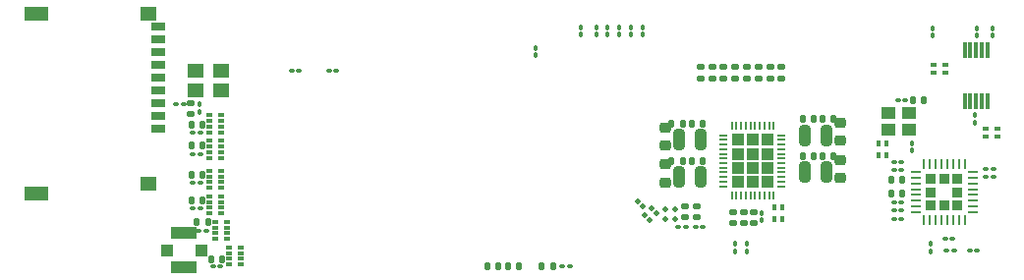
<source format=gbr>
%TF.GenerationSoftware,KiCad,Pcbnew,(6.0.0)*%
%TF.CreationDate,2022-01-21T23:47:04+08:00*%
%TF.ProjectId,som,736f6d2e-6b69-4636-9164-5f7063625858,V0R1*%
%TF.SameCoordinates,Original*%
%TF.FileFunction,Paste,Top*%
%TF.FilePolarity,Positive*%
%FSLAX46Y46*%
G04 Gerber Fmt 4.6, Leading zero omitted, Abs format (unit mm)*
G04 Created by KiCad (PCBNEW (6.0.0)) date 2022-01-21 23:47:04*
%MOMM*%
%LPD*%
G01*
G04 APERTURE LIST*
G04 Aperture macros list*
%AMRoundRect*
0 Rectangle with rounded corners*
0 $1 Rounding radius*
0 $2 $3 $4 $5 $6 $7 $8 $9 X,Y pos of 4 corners*
0 Add a 4 corners polygon primitive as box body*
4,1,4,$2,$3,$4,$5,$6,$7,$8,$9,$2,$3,0*
0 Add four circle primitives for the rounded corners*
1,1,$1+$1,$2,$3*
1,1,$1+$1,$4,$5*
1,1,$1+$1,$6,$7*
1,1,$1+$1,$8,$9*
0 Add four rect primitives between the rounded corners*
20,1,$1+$1,$2,$3,$4,$5,0*
20,1,$1+$1,$4,$5,$6,$7,0*
20,1,$1+$1,$6,$7,$8,$9,0*
20,1,$1+$1,$8,$9,$2,$3,0*%
G04 Aperture macros list end*
%ADD10RoundRect,0.147500X-0.147500X-0.172500X0.147500X-0.172500X0.147500X0.172500X-0.147500X0.172500X0*%
%ADD11R,1.400000X1.200000*%
%ADD12RoundRect,0.147500X0.172500X-0.147500X0.172500X0.147500X-0.172500X0.147500X-0.172500X-0.147500X0*%
%ADD13RoundRect,0.218750X-0.256250X0.218750X-0.256250X-0.218750X0.256250X-0.218750X0.256250X0.218750X0*%
%ADD14RoundRect,0.100000X-0.100000X0.130000X-0.100000X-0.130000X0.100000X-0.130000X0.100000X0.130000X0*%
%ADD15RoundRect,0.243750X-0.243750X-0.656250X0.243750X-0.656250X0.243750X0.656250X-0.243750X0.656250X0*%
%ADD16RoundRect,0.147500X0.147500X0.172500X-0.147500X0.172500X-0.147500X-0.172500X0.147500X-0.172500X0*%
%ADD17RoundRect,0.243750X0.243750X0.656250X-0.243750X0.656250X-0.243750X-0.656250X0.243750X-0.656250X0*%
%ADD18RoundRect,0.147500X-0.172500X0.147500X-0.172500X-0.147500X0.172500X-0.147500X0.172500X0.147500X0*%
%ADD19RoundRect,0.100000X0.130000X0.100000X-0.130000X0.100000X-0.130000X-0.100000X0.130000X-0.100000X0*%
%ADD20RoundRect,0.100000X-0.130000X-0.100000X0.130000X-0.100000X0.130000X0.100000X-0.130000X0.100000X0*%
%ADD21RoundRect,0.140000X0.140000X0.170000X-0.140000X0.170000X-0.140000X-0.170000X0.140000X-0.170000X0*%
%ADD22R,1.000000X1.000000*%
%ADD23R,1.100000X1.000000*%
%ADD24R,0.800000X0.220000*%
%ADD25R,0.220000X0.800000*%
%ADD26RoundRect,0.100000X0.100000X-0.130000X0.100000X0.130000X-0.100000X0.130000X-0.100000X-0.130000X0*%
%ADD27RoundRect,0.232500X0.232500X-0.232500X0.232500X0.232500X-0.232500X0.232500X-0.232500X-0.232500X0*%
%ADD28RoundRect,0.062500X0.062500X-0.375000X0.062500X0.375000X-0.062500X0.375000X-0.062500X-0.375000X0*%
%ADD29RoundRect,0.062500X0.375000X-0.062500X0.375000X0.062500X-0.375000X0.062500X-0.375000X-0.062500X0*%
%ADD30R,0.400000X0.500000*%
%ADD31RoundRect,0.100000X-0.162635X0.021213X0.021213X-0.162635X0.162635X-0.021213X-0.021213X0.162635X0*%
%ADD32R,0.500000X0.400000*%
%ADD33R,0.500000X0.300000*%
%ADD34RoundRect,0.112500X-0.112500X-0.112500X0.112500X-0.112500X0.112500X0.112500X-0.112500X0.112500X0*%
%ADD35R,2.200000X1.050000*%
%ADD36R,0.300000X1.400000*%
%ADD37R,1.150000X1.000000*%
%ADD38RoundRect,0.140000X-0.170000X0.140000X-0.170000X-0.140000X0.170000X-0.140000X0.170000X0.140000X0*%
%ADD39R,1.300000X0.700000*%
%ADD40R,2.000000X1.200000*%
%ADD41RoundRect,0.140000X-0.140000X-0.170000X0.140000X-0.170000X0.140000X0.170000X-0.140000X0.170000X0*%
G04 APERTURE END LIST*
D10*
%TO.C,D2*%
X45415000Y-22350000D03*
X46385000Y-22350000D03*
%TD*%
D11*
%TO.C,X4*%
X18500000Y-7250000D03*
X20700000Y-7250000D03*
X20700000Y-5550000D03*
X18500000Y-5550000D03*
%TD*%
D12*
%TO.C,C116*%
X69000000Y-6185000D03*
X69000000Y-5215000D03*
%TD*%
D13*
%TO.C,C101*%
X74000000Y-10012500D03*
X74000000Y-11587500D03*
%TD*%
D14*
%TO.C,C119*%
X67300000Y-17805000D03*
X67300000Y-18445000D03*
%TD*%
D15*
%TO.C,L3*%
X70962500Y-11100000D03*
X72837500Y-11100000D03*
%TD*%
D16*
%TO.C,C102*%
X73485000Y-9700000D03*
X72515000Y-9700000D03*
%TD*%
D10*
%TO.C,C107*%
X59515000Y-13300000D03*
X60485000Y-13300000D03*
%TD*%
D17*
%TO.C,L5*%
X62037500Y-11500000D03*
X60162500Y-11500000D03*
%TD*%
D15*
%TO.C,L2*%
X70962500Y-14300000D03*
X72837500Y-14300000D03*
%TD*%
D18*
%TO.C,C120*%
X64800000Y-17715000D03*
X64800000Y-18685000D03*
%TD*%
D12*
%TO.C,C110*%
X63000000Y-6185000D03*
X63000000Y-5215000D03*
%TD*%
D18*
%TO.C,C117*%
X65700000Y-17715000D03*
X65700000Y-18685000D03*
%TD*%
D13*
%TO.C,C106*%
X59000000Y-13612500D03*
X59000000Y-15187500D03*
%TD*%
%TO.C,C108*%
X59000000Y-10412500D03*
X59000000Y-11987500D03*
%TD*%
D18*
%TO.C,C118*%
X66600000Y-17715000D03*
X66600000Y-18685000D03*
%TD*%
D16*
%TO.C,C99*%
X73485000Y-12900000D03*
X72515000Y-12900000D03*
%TD*%
D12*
%TO.C,C104*%
X68000000Y-6185000D03*
X68000000Y-5215000D03*
%TD*%
D13*
%TO.C,C98*%
X74000000Y-13212500D03*
X74000000Y-14787500D03*
%TD*%
D17*
%TO.C,L4*%
X62037500Y-14700000D03*
X60162500Y-14700000D03*
%TD*%
D10*
%TO.C,C109*%
X59515000Y-10100000D03*
X60485000Y-10100000D03*
%TD*%
D12*
%TO.C,C111*%
X62000000Y-6185000D03*
X62000000Y-5215000D03*
%TD*%
D19*
%TO.C,C37*%
X18920000Y-17400000D03*
X18280000Y-17400000D03*
%TD*%
D12*
%TO.C,C114*%
X67000000Y-6185000D03*
X67000000Y-5215000D03*
%TD*%
D16*
%TO.C,C103*%
X62185000Y-10100000D03*
X61215000Y-10100000D03*
%TD*%
D12*
%TO.C,C115*%
X65000000Y-6185000D03*
X65000000Y-5215000D03*
%TD*%
D19*
%TO.C,C35*%
X18920000Y-15200000D03*
X18280000Y-15200000D03*
%TD*%
D12*
%TO.C,C112*%
X64000000Y-6185000D03*
X64000000Y-5215000D03*
%TD*%
D19*
%TO.C,C31*%
X18920000Y-10900000D03*
X18280000Y-10900000D03*
%TD*%
D10*
%TO.C,C100*%
X70815000Y-12900000D03*
X71785000Y-12900000D03*
%TD*%
%TO.C,C97*%
X70815000Y-9700000D03*
X71785000Y-9700000D03*
%TD*%
D19*
%TO.C,C33*%
X18920000Y-12700000D03*
X18280000Y-12700000D03*
%TD*%
D16*
%TO.C,C105*%
X62185000Y-13300000D03*
X61215000Y-13300000D03*
%TD*%
D12*
%TO.C,C113*%
X66000000Y-6185000D03*
X66000000Y-5215000D03*
%TD*%
D19*
%TO.C,C17*%
X30620000Y-5500000D03*
X29980000Y-5500000D03*
%TD*%
D20*
%TO.C,R2*%
X26780000Y-5500000D03*
X27420000Y-5500000D03*
%TD*%
D21*
%TO.C,C42*%
X20780000Y-21800000D03*
X19820000Y-21800000D03*
%TD*%
D22*
%TO.C,U7*%
X66500000Y-11500000D03*
D23*
X65250000Y-12700000D03*
D22*
X66500000Y-12700000D03*
D23*
X67750000Y-11500000D03*
X65250000Y-15100000D03*
D22*
X66500000Y-15100000D03*
D23*
X65250000Y-11500000D03*
D22*
X66500000Y-13900000D03*
D23*
X65250000Y-13900000D03*
X67750000Y-13900000D03*
X67750000Y-12700000D03*
X67750000Y-15100000D03*
D24*
X69000000Y-15500000D03*
X69000000Y-15100000D03*
X69000000Y-14700000D03*
X69000000Y-14300000D03*
X69000000Y-13900000D03*
X69000000Y-13500000D03*
X69000000Y-13100000D03*
X69000000Y-12700000D03*
X69000000Y-12300000D03*
X69000000Y-11900000D03*
X69000000Y-11500000D03*
X69000000Y-11100000D03*
D25*
X68300000Y-10300000D03*
X67900000Y-10300000D03*
X67500000Y-10300000D03*
X67100000Y-10300000D03*
X66700000Y-10300000D03*
X66300000Y-10300000D03*
X65900000Y-10300000D03*
X65500000Y-10300000D03*
X65100000Y-10300000D03*
X64700000Y-10300000D03*
D24*
X64000000Y-11100000D03*
X64000000Y-11500000D03*
X64000000Y-11900000D03*
X64000000Y-12300000D03*
X64000000Y-12700000D03*
X64000000Y-13100000D03*
X64000000Y-13500000D03*
X64000000Y-13900000D03*
X64000000Y-14300000D03*
X64000000Y-14700000D03*
X64000000Y-15100000D03*
X64000000Y-15500000D03*
D25*
X64700000Y-16300000D03*
X65100000Y-16300000D03*
X65500000Y-16300000D03*
X65900000Y-16300000D03*
X66300000Y-16300000D03*
X66700000Y-16300000D03*
X67100000Y-16300000D03*
X67500000Y-16300000D03*
X67900000Y-16300000D03*
X68300000Y-16300000D03*
%TD*%
D21*
%TO.C,C38*%
X19080000Y-16700000D03*
X18120000Y-16700000D03*
%TD*%
%TO.C,C36*%
X19080000Y-14500000D03*
X18120000Y-14500000D03*
%TD*%
%TO.C,C34*%
X19080000Y-12000000D03*
X18120000Y-12000000D03*
%TD*%
%TO.C,C40*%
X19580000Y-18600000D03*
X18620000Y-18600000D03*
%TD*%
%TO.C,C32*%
X19080000Y-10200000D03*
X18120000Y-10200000D03*
%TD*%
D16*
%TO.C,D3*%
X44585000Y-22350000D03*
X43615000Y-22350000D03*
%TD*%
D26*
%TO.C,R13*%
X47800000Y-4220000D03*
X47800000Y-3580000D03*
%TD*%
D14*
%TO.C,D21*%
X87200000Y-1880000D03*
X87200000Y-2520000D03*
%TD*%
D20*
%TO.C,D17*%
X85180000Y-21000000D03*
X85820000Y-21000000D03*
%TD*%
D14*
%TO.C,D14*%
X82000000Y-1880000D03*
X82000000Y-2520000D03*
%TD*%
D19*
%TO.C,C9*%
X87245000Y-14700000D03*
X86605000Y-14700000D03*
%TD*%
D20*
%TO.C,C6*%
X86605000Y-14000000D03*
X87245000Y-14000000D03*
%TD*%
D19*
%TO.C,R5*%
X79295000Y-18300000D03*
X78655000Y-18300000D03*
%TD*%
%TO.C,C7*%
X79295000Y-17600000D03*
X78655000Y-17600000D03*
%TD*%
%TO.C,C5*%
X79295000Y-13400000D03*
X78655000Y-13400000D03*
%TD*%
D20*
%TO.C,C8*%
X78655000Y-14100000D03*
X79295000Y-14100000D03*
%TD*%
%TO.C,C13*%
X78655000Y-16900000D03*
X79295000Y-16900000D03*
%TD*%
D19*
%TO.C,C4*%
X83720000Y-20000000D03*
X83080000Y-20000000D03*
%TD*%
D27*
%TO.C,U3*%
X84150000Y-17150000D03*
X84150000Y-16000000D03*
X81850000Y-17150000D03*
X81850000Y-14850000D03*
X81850000Y-16000000D03*
X83000000Y-14850000D03*
X83000000Y-17150000D03*
X84150000Y-14850000D03*
D28*
X81250000Y-18450000D03*
X81750000Y-18450000D03*
X82250000Y-18450000D03*
X82750000Y-18450000D03*
X83250000Y-18450000D03*
X83750000Y-18450000D03*
X84250000Y-18450000D03*
X84750000Y-18450000D03*
D29*
X85450000Y-17750000D03*
X85450000Y-17250000D03*
X85450000Y-16750000D03*
X85450000Y-16250000D03*
X85450000Y-15750000D03*
X85450000Y-15250000D03*
X85450000Y-14750000D03*
X85450000Y-14250000D03*
D28*
X84750000Y-13550000D03*
X84250000Y-13550000D03*
X83750000Y-13550000D03*
X83250000Y-13550000D03*
X82750000Y-13550000D03*
X82250000Y-13550000D03*
X81750000Y-13550000D03*
X81250000Y-13550000D03*
D29*
X80550000Y-14250000D03*
X80550000Y-14750000D03*
X80550000Y-15250000D03*
X80550000Y-15750000D03*
X80550000Y-16250000D03*
X80550000Y-16750000D03*
X80550000Y-17250000D03*
X80550000Y-17750000D03*
%TD*%
D10*
%TO.C,C11*%
X78415000Y-14900000D03*
X79385000Y-14900000D03*
%TD*%
%TO.C,C14*%
X78415000Y-16100000D03*
X79385000Y-16100000D03*
%TD*%
D14*
%TO.C,D8*%
X56000000Y-1780000D03*
X56000000Y-2420000D03*
%TD*%
%TO.C,D7*%
X55000000Y-1780000D03*
X55000000Y-2420000D03*
%TD*%
%TO.C,D6*%
X54000000Y-1780000D03*
X54000000Y-2420000D03*
%TD*%
%TO.C,D5*%
X53000000Y-1780000D03*
X53000000Y-2420000D03*
%TD*%
%TO.C,D4*%
X51700000Y-1780000D03*
X51700000Y-2420000D03*
%TD*%
D30*
%TO.C,RN7*%
X77350000Y-12800000D03*
X78050000Y-12800000D03*
X78050000Y-11800000D03*
X77350000Y-11800000D03*
%TD*%
D14*
%TO.C,C3*%
X85600000Y-9380000D03*
X85600000Y-10020000D03*
%TD*%
D31*
%TO.C,R17*%
X57773726Y-17373726D03*
X58226274Y-17826274D03*
%TD*%
%TO.C,R15*%
X56573726Y-16773726D03*
X57026274Y-17226274D03*
%TD*%
D20*
%TO.C,R18*%
X60080000Y-19000000D03*
X60720000Y-19000000D03*
%TD*%
D32*
%TO.C,RN1*%
X19700000Y-9350000D03*
D33*
X19700000Y-9850000D03*
X19700000Y-10350000D03*
D32*
X19700000Y-10850000D03*
X20700000Y-10850000D03*
D33*
X20700000Y-10350000D03*
X20700000Y-9850000D03*
D32*
X20700000Y-9350000D03*
%TD*%
%TO.C,RN2*%
X19700000Y-11550000D03*
D33*
X19700000Y-12050000D03*
X19700000Y-12550000D03*
D32*
X19700000Y-13050000D03*
X20700000Y-13050000D03*
D33*
X20700000Y-12550000D03*
X20700000Y-12050000D03*
D32*
X20700000Y-11550000D03*
%TD*%
%TO.C,RN4*%
X19700000Y-14150000D03*
D33*
X19700000Y-14650000D03*
X19700000Y-15150000D03*
D32*
X19700000Y-15650000D03*
X20700000Y-15650000D03*
D33*
X20700000Y-15150000D03*
X20700000Y-14650000D03*
D32*
X20700000Y-14150000D03*
%TD*%
%TO.C,RN5*%
X19700000Y-16350000D03*
D33*
X19700000Y-16850000D03*
X19700000Y-17350000D03*
D32*
X19700000Y-17850000D03*
X20700000Y-17850000D03*
D33*
X20700000Y-17350000D03*
X20700000Y-16850000D03*
D32*
X20700000Y-16350000D03*
%TD*%
%TO.C,RN6*%
X20200000Y-18550000D03*
D33*
X20200000Y-19050000D03*
X20200000Y-19550000D03*
D32*
X20200000Y-20050000D03*
X21200000Y-20050000D03*
D33*
X21200000Y-19550000D03*
X21200000Y-19050000D03*
D32*
X21200000Y-18550000D03*
%TD*%
D12*
%TO.C,D11*%
X60700000Y-18185000D03*
X60700000Y-17215000D03*
%TD*%
%TO.C,D12*%
X61700000Y-18185000D03*
X61700000Y-17215000D03*
%TD*%
D31*
%TO.C,R16*%
X57173726Y-17973726D03*
X57626274Y-18426274D03*
%TD*%
D34*
%TO.C,D10*%
X58975000Y-17475000D03*
X59825000Y-17475000D03*
X59825000Y-18325000D03*
X58975000Y-18325000D03*
%TD*%
D19*
%TO.C,R19*%
X62220000Y-19000000D03*
X61580000Y-19000000D03*
%TD*%
D30*
%TO.C,RN11*%
X69050000Y-17300000D03*
X68350000Y-17300000D03*
X68350000Y-18300000D03*
X69050000Y-18300000D03*
%TD*%
D19*
%TO.C,C39*%
X19420000Y-19300000D03*
X18780000Y-19300000D03*
%TD*%
D22*
%TO.C,AE1*%
X16000000Y-21000000D03*
X19000000Y-21000000D03*
D35*
X17500000Y-19525000D03*
X17500000Y-22475000D03*
%TD*%
D19*
%TO.C,C41*%
X20620000Y-22400000D03*
X19980000Y-22400000D03*
%TD*%
D32*
%TO.C,RN8*%
X21400000Y-20750000D03*
D33*
X21400000Y-21250000D03*
X21400000Y-21750000D03*
D32*
X21400000Y-22250000D03*
X22400000Y-22250000D03*
D33*
X22400000Y-21750000D03*
X22400000Y-21250000D03*
D32*
X22400000Y-20750000D03*
%TD*%
D36*
%TO.C,U2*%
X86750000Y-3800000D03*
X86250000Y-3800000D03*
X85750000Y-3800000D03*
X85250000Y-3800000D03*
X84750000Y-3800000D03*
X84750000Y-8200000D03*
X85250000Y-8200000D03*
X85750000Y-8200000D03*
X86250000Y-8200000D03*
X86750000Y-8200000D03*
%TD*%
D26*
%TO.C,D18*%
X65000000Y-21120000D03*
X65000000Y-20480000D03*
%TD*%
%TO.C,D20*%
X66000000Y-21120000D03*
X66000000Y-20480000D03*
%TD*%
%TO.C,D15*%
X81800000Y-21120000D03*
X81800000Y-20480000D03*
%TD*%
D14*
%TO.C,D9*%
X57000000Y-1780000D03*
X57000000Y-2420000D03*
%TD*%
D19*
%TO.C,C23*%
X79645000Y-8100000D03*
X79005000Y-8100000D03*
%TD*%
D37*
%TO.C,X3*%
X79975000Y-9200000D03*
X78225000Y-9200000D03*
X78225000Y-10600000D03*
X79975000Y-10600000D03*
%TD*%
D38*
%TO.C,C86*%
X18100000Y-8320000D03*
X18100000Y-9280000D03*
%TD*%
D14*
%TO.C,C87*%
X18800000Y-8430000D03*
X18800000Y-9070000D03*
%TD*%
D19*
%TO.C,FB4*%
X16805000Y-8400000D03*
X17445000Y-8400000D03*
%TD*%
D14*
%TO.C,D19*%
X85800000Y-1880000D03*
X85800000Y-2520000D03*
%TD*%
D19*
%TO.C,D16*%
X83820000Y-21000000D03*
X83180000Y-21000000D03*
%TD*%
D10*
%TO.C,D13*%
X48315000Y-22350000D03*
X49285000Y-22350000D03*
%TD*%
D19*
%TO.C,R20*%
X50720000Y-22400000D03*
X50080000Y-22400000D03*
%TD*%
D39*
%TO.C,J1*%
X15300000Y-10500000D03*
X15300000Y-9400000D03*
X15300000Y-8300000D03*
X15300000Y-7200000D03*
X15300000Y-6100000D03*
X15300000Y-5000000D03*
X15300000Y-3900000D03*
X15300000Y-2800000D03*
X15300000Y-1700000D03*
D11*
X14450000Y-600000D03*
D40*
X4750000Y-600000D03*
X4750000Y-16120000D03*
D11*
X14450000Y-15280000D03*
%TD*%
D32*
%TO.C,RN3*%
X83100000Y-5750000D03*
X83100000Y-5050000D03*
X82100000Y-5050000D03*
X82100000Y-5750000D03*
%TD*%
%TO.C,RN10*%
X86550000Y-10500000D03*
X86550000Y-11200000D03*
X87550000Y-11200000D03*
X87550000Y-10500000D03*
%TD*%
D41*
%TO.C,C24*%
X80270000Y-8100000D03*
X81230000Y-8100000D03*
%TD*%
D14*
%TO.C,FB1*%
X80200000Y-11780000D03*
X80200000Y-12420000D03*
%TD*%
M02*

</source>
